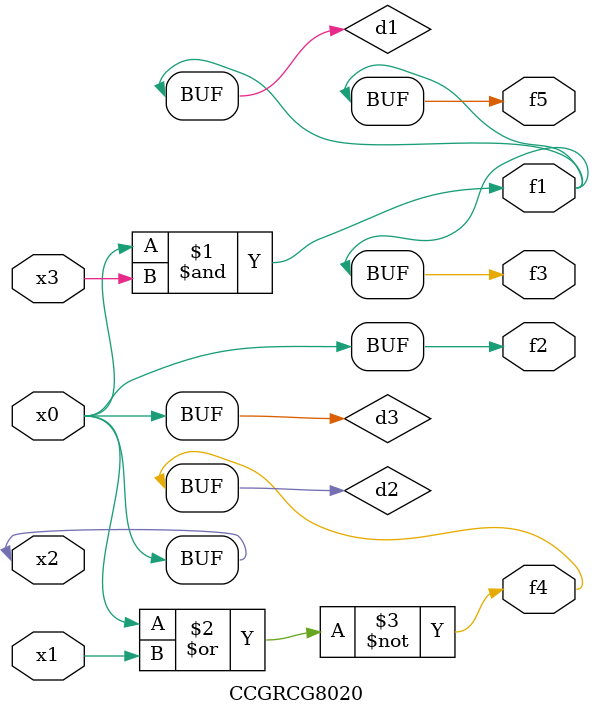
<source format=v>
module CCGRCG8020(
	input x0, x1, x2, x3,
	output f1, f2, f3, f4, f5
);

	wire d1, d2, d3;

	and (d1, x2, x3);
	nor (d2, x0, x1);
	buf (d3, x0, x2);
	assign f1 = d1;
	assign f2 = d3;
	assign f3 = d1;
	assign f4 = d2;
	assign f5 = d1;
endmodule

</source>
